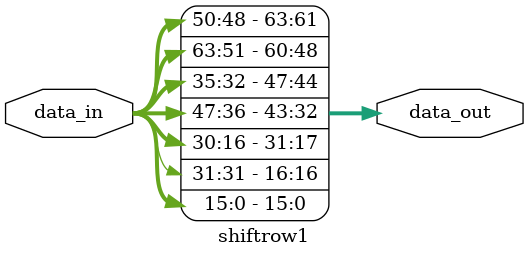
<source format=v>

module shiftrow1 (input [63:0] data_in, output reg [63:0] data_out);
//inputs and outputs

always @(*)
begin

 data_out[15:0] = data_in[15:0];
 data_out[31:16] = {data_in[30:16],data_in[31]} ;
 data_out[47:32] = {data_in[35:32],data_in[47:36]} ;
 data_out[63:48] = {data_in[50:48],data_in[63:51]} ;

end
endmodule

</source>
